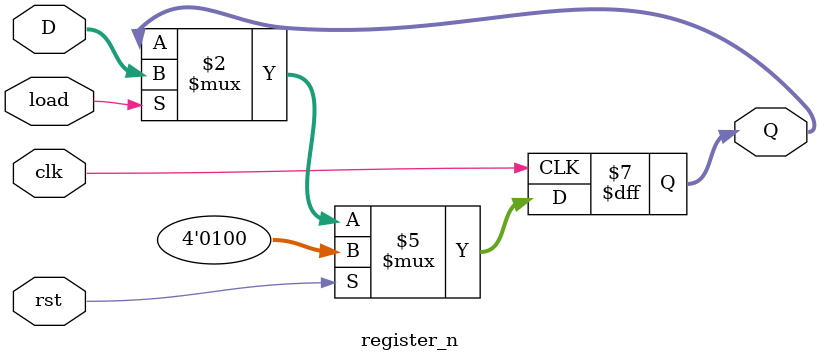
<source format=v>
`timescale 1ns / 1ps


module register_n # (parameter n = 4)(
    input [n-1:0]D,
    input clk,
    input rst,
    input load,
    output reg [n-1:0]Q
    );
    
    always @(posedge clk)
        if (rst)
            begin
                Q <= n-1'b0;
            end 
        else if (load)
            begin
            Q <= D;
            end
endmodule

</source>
